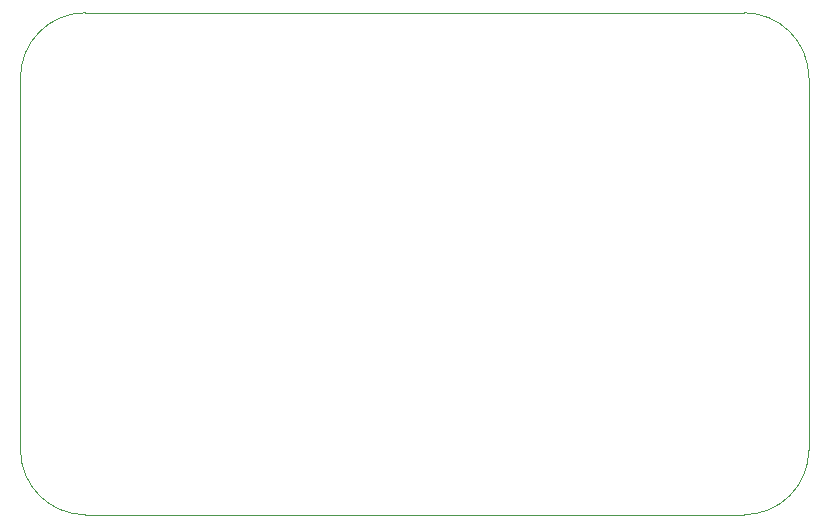
<source format=gbr>
G04 #@! TF.GenerationSoftware,KiCad,Pcbnew,(5.1.4)-1*
G04 #@! TF.CreationDate,2020-08-10T14:14:40+08:00*
G04 #@! TF.ProjectId,BentoPad,42656e74-6f50-4616-942e-6b696361645f,rev?*
G04 #@! TF.SameCoordinates,Original*
G04 #@! TF.FileFunction,Profile,NP*
%FSLAX46Y46*%
G04 Gerber Fmt 4.6, Leading zero omitted, Abs format (unit mm)*
G04 Created by KiCad (PCBNEW (5.1.4)-1) date 2020-08-10 14:14:40*
%MOMM*%
%LPD*%
G04 APERTURE LIST*
%ADD10C,0.120000*%
G04 APERTURE END LIST*
D10*
X81250000Y-25000000D02*
G75*
G02X86750000Y-30500000I0J-5500000D01*
G01*
X86750000Y-62000000D02*
G75*
G02X81250000Y-67500000I-5500000J0D01*
G01*
X25500000Y-67500000D02*
G75*
G02X20000000Y-62000000I0J5500000D01*
G01*
X20000000Y-30500000D02*
G75*
G02X25500000Y-25000000I5500000J0D01*
G01*
X25500000Y-67500000D02*
X81250000Y-67500000D01*
X86750000Y-30500000D02*
X86750000Y-62000000D01*
X20000000Y-30500000D02*
X20000000Y-62000000D01*
X25500000Y-25000000D02*
X81250000Y-25000000D01*
M02*

</source>
